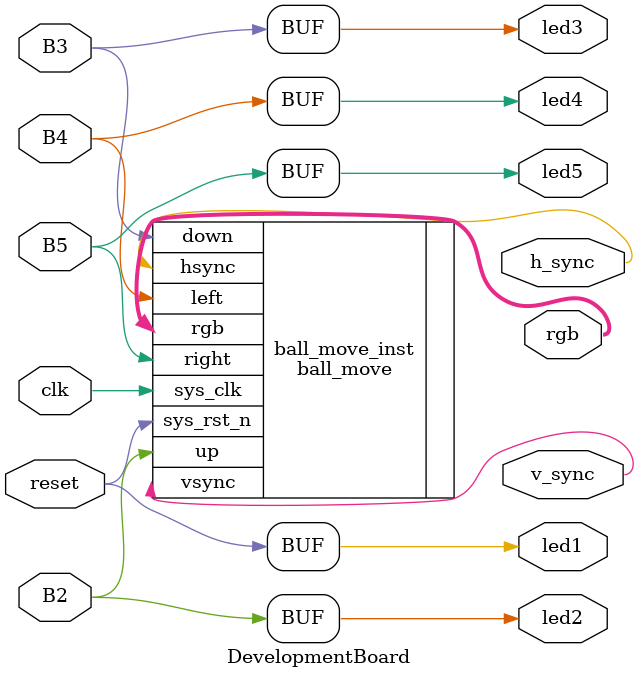
<source format=v>
`timescale 1ns / 1ns

module DevelopmentBoard(
    input wire clk, //50MHz
    input wire reset, B2, B3, B4, B5,
	 // reset is "a"
	 // B2 is "s"
	 // B3 is "d"
	 // B4 is "f"
	 // B5 is "g"
    output wire h_sync, v_sync,
    output wire [15:0] rgb,
	
	output wire led1,
	output wire led2,
	output wire led3,
	output wire led4,
	output wire led5
);

ball_move ball_move_inst
(
	.sys_clk(clk),
	.sys_rst_n(reset),
	.up(B2),
	.down(B3),
	.left(B4),
	.right(B5),
	
	
	.hsync(h_sync),
	.vsync(v_sync),
	.rgb(rgb)
);
    
    assign led1 = reset;             // LED1 indicates reset button press ("a")
    assign led2 = B2;  // LED2 indicates non-COLOR_BAR state (MUST or END)
    assign led3 = B3;  // LED3 indicates END state
    assign led4 = B4;              // Not used
    assign led5 = B5;              // Not used

endmodule

</source>
